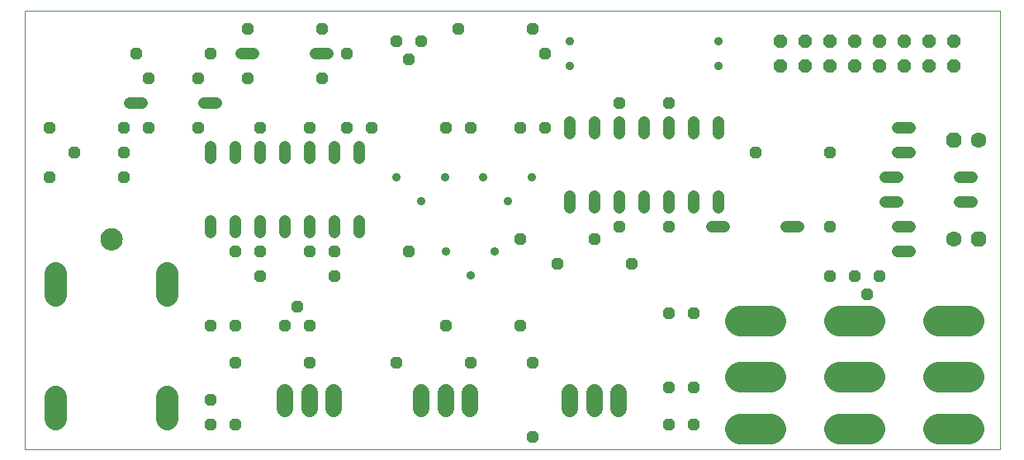
<source format=gbs>
G75*
%MOIN*%
%OFA0B0*%
%FSLAX25Y25*%
%IPPOS*%
%LPD*%
%AMOC8*
5,1,8,0,0,1.08239X$1,22.5*
%
%ADD10C,0.00000*%
%ADD11OC8,0.06300*%
%ADD12C,0.06300*%
%ADD13OC8,0.04800*%
%ADD14C,0.04800*%
%ADD15C,0.08899*%
%ADD16C,0.08661*%
%ADD17C,0.12443*%
%ADD18C,0.03562*%
%ADD19C,0.06600*%
%ADD20OC8,0.05400*%
D10*
X0007370Y0040620D02*
X0007370Y0217785D01*
X0401071Y0217785D01*
X0401071Y0040620D01*
X0007370Y0040620D01*
X0038039Y0125581D02*
X0038041Y0125712D01*
X0038047Y0125844D01*
X0038057Y0125975D01*
X0038071Y0126106D01*
X0038089Y0126236D01*
X0038111Y0126365D01*
X0038136Y0126494D01*
X0038166Y0126622D01*
X0038200Y0126749D01*
X0038237Y0126876D01*
X0038278Y0127000D01*
X0038323Y0127124D01*
X0038372Y0127246D01*
X0038424Y0127367D01*
X0038480Y0127485D01*
X0038540Y0127603D01*
X0038603Y0127718D01*
X0038670Y0127831D01*
X0038740Y0127943D01*
X0038813Y0128052D01*
X0038889Y0128158D01*
X0038969Y0128263D01*
X0039052Y0128365D01*
X0039138Y0128464D01*
X0039227Y0128561D01*
X0039319Y0128655D01*
X0039414Y0128746D01*
X0039511Y0128835D01*
X0039611Y0128920D01*
X0039714Y0129002D01*
X0039819Y0129081D01*
X0039926Y0129157D01*
X0040036Y0129229D01*
X0040148Y0129298D01*
X0040262Y0129364D01*
X0040377Y0129426D01*
X0040495Y0129485D01*
X0040614Y0129540D01*
X0040735Y0129592D01*
X0040858Y0129639D01*
X0040982Y0129683D01*
X0041107Y0129724D01*
X0041233Y0129760D01*
X0041361Y0129793D01*
X0041489Y0129821D01*
X0041618Y0129846D01*
X0041748Y0129867D01*
X0041878Y0129884D01*
X0042009Y0129897D01*
X0042140Y0129906D01*
X0042271Y0129911D01*
X0042403Y0129912D01*
X0042534Y0129909D01*
X0042666Y0129902D01*
X0042797Y0129891D01*
X0042927Y0129876D01*
X0043057Y0129857D01*
X0043187Y0129834D01*
X0043315Y0129808D01*
X0043443Y0129777D01*
X0043570Y0129742D01*
X0043696Y0129704D01*
X0043820Y0129662D01*
X0043944Y0129616D01*
X0044065Y0129566D01*
X0044185Y0129513D01*
X0044304Y0129456D01*
X0044421Y0129396D01*
X0044535Y0129332D01*
X0044648Y0129264D01*
X0044759Y0129193D01*
X0044868Y0129119D01*
X0044974Y0129042D01*
X0045078Y0128961D01*
X0045179Y0128878D01*
X0045278Y0128791D01*
X0045374Y0128701D01*
X0045467Y0128608D01*
X0045558Y0128513D01*
X0045645Y0128415D01*
X0045730Y0128314D01*
X0045811Y0128211D01*
X0045889Y0128105D01*
X0045964Y0127997D01*
X0046036Y0127887D01*
X0046104Y0127775D01*
X0046169Y0127661D01*
X0046230Y0127544D01*
X0046288Y0127426D01*
X0046342Y0127306D01*
X0046393Y0127185D01*
X0046440Y0127062D01*
X0046483Y0126938D01*
X0046522Y0126813D01*
X0046558Y0126686D01*
X0046589Y0126558D01*
X0046617Y0126430D01*
X0046641Y0126301D01*
X0046661Y0126171D01*
X0046677Y0126040D01*
X0046689Y0125909D01*
X0046697Y0125778D01*
X0046701Y0125647D01*
X0046701Y0125515D01*
X0046697Y0125384D01*
X0046689Y0125253D01*
X0046677Y0125122D01*
X0046661Y0124991D01*
X0046641Y0124861D01*
X0046617Y0124732D01*
X0046589Y0124604D01*
X0046558Y0124476D01*
X0046522Y0124349D01*
X0046483Y0124224D01*
X0046440Y0124100D01*
X0046393Y0123977D01*
X0046342Y0123856D01*
X0046288Y0123736D01*
X0046230Y0123618D01*
X0046169Y0123501D01*
X0046104Y0123387D01*
X0046036Y0123275D01*
X0045964Y0123165D01*
X0045889Y0123057D01*
X0045811Y0122951D01*
X0045730Y0122848D01*
X0045645Y0122747D01*
X0045558Y0122649D01*
X0045467Y0122554D01*
X0045374Y0122461D01*
X0045278Y0122371D01*
X0045179Y0122284D01*
X0045078Y0122201D01*
X0044974Y0122120D01*
X0044868Y0122043D01*
X0044759Y0121969D01*
X0044648Y0121898D01*
X0044536Y0121830D01*
X0044421Y0121766D01*
X0044304Y0121706D01*
X0044185Y0121649D01*
X0044065Y0121596D01*
X0043944Y0121546D01*
X0043820Y0121500D01*
X0043696Y0121458D01*
X0043570Y0121420D01*
X0043443Y0121385D01*
X0043315Y0121354D01*
X0043187Y0121328D01*
X0043057Y0121305D01*
X0042927Y0121286D01*
X0042797Y0121271D01*
X0042666Y0121260D01*
X0042534Y0121253D01*
X0042403Y0121250D01*
X0042271Y0121251D01*
X0042140Y0121256D01*
X0042009Y0121265D01*
X0041878Y0121278D01*
X0041748Y0121295D01*
X0041618Y0121316D01*
X0041489Y0121341D01*
X0041361Y0121369D01*
X0041233Y0121402D01*
X0041107Y0121438D01*
X0040982Y0121479D01*
X0040858Y0121523D01*
X0040735Y0121570D01*
X0040614Y0121622D01*
X0040495Y0121677D01*
X0040377Y0121736D01*
X0040262Y0121798D01*
X0040148Y0121864D01*
X0040036Y0121933D01*
X0039926Y0122005D01*
X0039819Y0122081D01*
X0039714Y0122160D01*
X0039611Y0122242D01*
X0039511Y0122327D01*
X0039414Y0122416D01*
X0039319Y0122507D01*
X0039227Y0122601D01*
X0039138Y0122698D01*
X0039052Y0122797D01*
X0038969Y0122899D01*
X0038889Y0123004D01*
X0038813Y0123110D01*
X0038740Y0123219D01*
X0038670Y0123331D01*
X0038603Y0123444D01*
X0038540Y0123559D01*
X0038480Y0123677D01*
X0038424Y0123795D01*
X0038372Y0123916D01*
X0038323Y0124038D01*
X0038278Y0124162D01*
X0038237Y0124286D01*
X0038200Y0124413D01*
X0038166Y0124540D01*
X0038136Y0124668D01*
X0038111Y0124797D01*
X0038089Y0124926D01*
X0038071Y0125056D01*
X0038057Y0125187D01*
X0038047Y0125318D01*
X0038041Y0125450D01*
X0038039Y0125581D01*
D11*
X0382370Y0165620D03*
X0392370Y0125620D03*
D12*
X0382370Y0125620D03*
X0392370Y0165620D03*
D13*
X0332370Y0160620D03*
X0302370Y0160620D03*
X0267370Y0180620D03*
X0247370Y0180620D03*
X0217370Y0170620D03*
X0207370Y0170620D03*
X0187370Y0170620D03*
X0177370Y0170620D03*
X0147370Y0170620D03*
X0137370Y0170620D03*
X0122370Y0170620D03*
X0102370Y0170620D03*
X0077370Y0170620D03*
X0057370Y0170620D03*
X0047370Y0170620D03*
X0047370Y0160620D03*
X0047370Y0150620D03*
X0027370Y0160620D03*
X0017370Y0170620D03*
X0017370Y0150620D03*
X0092370Y0120620D03*
X0102370Y0120620D03*
X0102370Y0110620D03*
X0122370Y0120620D03*
X0132370Y0120620D03*
X0132370Y0110620D03*
X0117370Y0098120D03*
X0112370Y0090620D03*
X0122370Y0090620D03*
X0122370Y0075620D03*
X0092370Y0075620D03*
X0092370Y0090620D03*
X0082370Y0090620D03*
X0082370Y0060620D03*
X0082370Y0050620D03*
X0092370Y0050620D03*
X0157370Y0075620D03*
X0177370Y0090620D03*
X0187370Y0075620D03*
X0212370Y0075620D03*
X0207370Y0090620D03*
X0222370Y0115620D03*
X0207370Y0125620D03*
X0237370Y0125620D03*
X0247370Y0130620D03*
X0267370Y0130620D03*
X0252370Y0115620D03*
X0267370Y0095620D03*
X0277370Y0095620D03*
X0332370Y0110620D03*
X0342370Y0110620D03*
X0352370Y0110620D03*
X0347370Y0103120D03*
X0332370Y0130620D03*
X0277370Y0065620D03*
X0267370Y0065620D03*
X0267370Y0050620D03*
X0277370Y0050620D03*
X0212370Y0045620D03*
X0162370Y0120620D03*
X0127370Y0190620D03*
X0137370Y0200620D03*
X0127370Y0210620D03*
X0097370Y0210620D03*
X0082370Y0200620D03*
X0077370Y0190620D03*
X0057370Y0190620D03*
X0052370Y0200620D03*
X0097370Y0190620D03*
X0157370Y0205620D03*
X0167370Y0205620D03*
X0162370Y0198120D03*
X0182370Y0210620D03*
X0212370Y0210620D03*
X0217370Y0200620D03*
D14*
X0227370Y0173020D02*
X0227370Y0168220D01*
X0237370Y0168220D02*
X0237370Y0173020D01*
X0247370Y0173020D02*
X0247370Y0168220D01*
X0257370Y0168220D02*
X0257370Y0173020D01*
X0267370Y0173020D02*
X0267370Y0168220D01*
X0277370Y0168220D02*
X0277370Y0173020D01*
X0287370Y0173020D02*
X0287370Y0168220D01*
X0287370Y0143020D02*
X0287370Y0138220D01*
X0284970Y0130620D02*
X0289770Y0130620D01*
X0277370Y0138220D02*
X0277370Y0143020D01*
X0267370Y0143020D02*
X0267370Y0138220D01*
X0257370Y0138220D02*
X0257370Y0143020D01*
X0247370Y0143020D02*
X0247370Y0138220D01*
X0237370Y0138220D02*
X0237370Y0143020D01*
X0227370Y0143020D02*
X0227370Y0138220D01*
X0142370Y0133020D02*
X0142370Y0128220D01*
X0132370Y0128220D02*
X0132370Y0133020D01*
X0122370Y0133020D02*
X0122370Y0128220D01*
X0112370Y0128220D02*
X0112370Y0133020D01*
X0102370Y0133020D02*
X0102370Y0128220D01*
X0092370Y0128220D02*
X0092370Y0133020D01*
X0082370Y0133020D02*
X0082370Y0128220D01*
X0082370Y0158220D02*
X0082370Y0163020D01*
X0092370Y0163020D02*
X0092370Y0158220D01*
X0102370Y0158220D02*
X0102370Y0163020D01*
X0112370Y0163020D02*
X0112370Y0158220D01*
X0122370Y0158220D02*
X0122370Y0163020D01*
X0132370Y0163020D02*
X0132370Y0158220D01*
X0142370Y0158220D02*
X0142370Y0163020D01*
X0084770Y0180620D02*
X0079970Y0180620D01*
X0054770Y0180620D02*
X0049970Y0180620D01*
X0094970Y0200620D02*
X0099770Y0200620D01*
X0124970Y0200620D02*
X0129770Y0200620D01*
X0314970Y0130620D02*
X0319770Y0130620D01*
X0354970Y0140620D02*
X0359770Y0140620D01*
X0359770Y0150620D02*
X0354970Y0150620D01*
X0359970Y0160620D02*
X0364770Y0160620D01*
X0364770Y0170620D02*
X0359970Y0170620D01*
X0384970Y0150620D02*
X0389770Y0150620D01*
X0389770Y0140620D02*
X0384970Y0140620D01*
X0364770Y0130620D02*
X0359970Y0130620D01*
X0359970Y0120620D02*
X0364770Y0120620D01*
D15*
X0064811Y0111802D02*
X0064811Y0102903D01*
X0019929Y0102903D02*
X0019929Y0111802D01*
X0019929Y0061802D02*
X0019929Y0052903D01*
X0064811Y0052903D02*
X0064811Y0061802D01*
D16*
X0042370Y0125581D03*
D17*
X0296149Y0092589D02*
X0308591Y0092589D01*
X0336149Y0092589D02*
X0348591Y0092589D01*
X0376149Y0092589D02*
X0388591Y0092589D01*
X0388591Y0069754D02*
X0376149Y0069754D01*
X0348591Y0069754D02*
X0336149Y0069754D01*
X0308591Y0069754D02*
X0296149Y0069754D01*
X0296149Y0048888D02*
X0308591Y0048888D01*
X0336149Y0048888D02*
X0348591Y0048888D01*
X0376149Y0048888D02*
X0388591Y0048888D01*
D18*
X0202370Y0140778D03*
X0192528Y0150620D03*
X0177213Y0150620D03*
X0167370Y0140778D03*
X0157528Y0150620D03*
X0212213Y0150620D03*
X0197213Y0120620D03*
X0187370Y0110778D03*
X0177528Y0120620D03*
X0227370Y0195620D03*
X0227370Y0205620D03*
X0287370Y0205620D03*
X0287370Y0195620D03*
D19*
X0247213Y0063605D02*
X0247213Y0057005D01*
X0237370Y0057005D02*
X0237370Y0063605D01*
X0227528Y0063605D02*
X0227528Y0057005D01*
X0187213Y0057005D02*
X0187213Y0063605D01*
X0177370Y0063605D02*
X0177370Y0057005D01*
X0167528Y0057005D02*
X0167528Y0063605D01*
X0132213Y0063605D02*
X0132213Y0057005D01*
X0122370Y0057005D02*
X0122370Y0063605D01*
X0112528Y0063605D02*
X0112528Y0057005D01*
D20*
X0312370Y0195620D03*
X0322370Y0195620D03*
X0332370Y0195620D03*
X0342370Y0195620D03*
X0352370Y0195620D03*
X0362370Y0195620D03*
X0372370Y0195620D03*
X0382370Y0195620D03*
X0382370Y0205620D03*
X0372370Y0205620D03*
X0362370Y0205620D03*
X0352370Y0205620D03*
X0342370Y0205620D03*
X0332370Y0205620D03*
X0322370Y0205620D03*
X0312370Y0205620D03*
M02*

</source>
